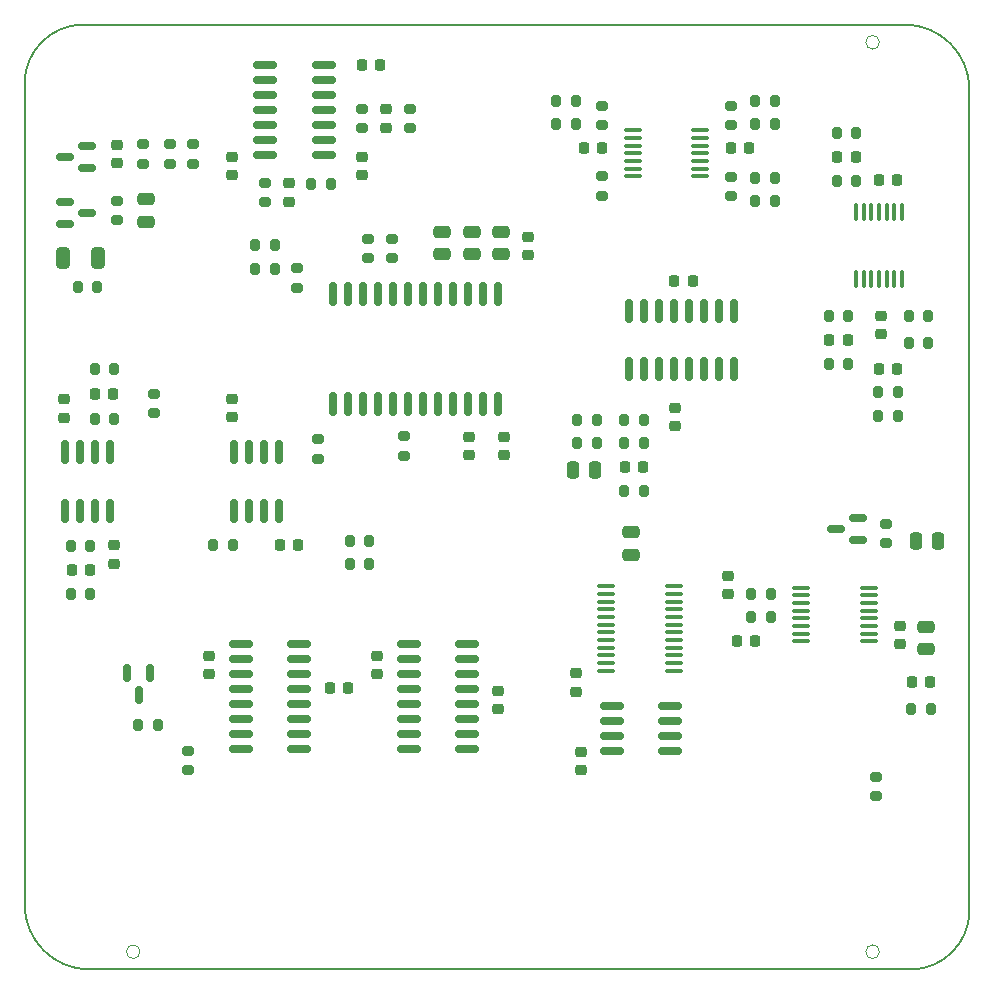
<source format=gbr>
G04 #@! TF.GenerationSoftware,KiCad,Pcbnew,7.0.11*
G04 #@! TF.CreationDate,2025-02-03T22:54:03-08:00*
G04 #@! TF.ProjectId,z3372,7a333337-322e-46b6-9963-61645f706362,0.5*
G04 #@! TF.SameCoordinates,PX3de4ba0PY65da380*
G04 #@! TF.FileFunction,Paste,Top*
G04 #@! TF.FilePolarity,Positive*
%FSLAX46Y46*%
G04 Gerber Fmt 4.6, Leading zero omitted, Abs format (unit mm)*
G04 Created by KiCad (PCBNEW 7.0.11) date 2025-02-03 22:54:03*
%MOMM*%
%LPD*%
G01*
G04 APERTURE LIST*
G04 Aperture macros list*
%AMRoundRect*
0 Rectangle with rounded corners*
0 $1 Rounding radius*
0 $2 $3 $4 $5 $6 $7 $8 $9 X,Y pos of 4 corners*
0 Add a 4 corners polygon primitive as box body*
4,1,4,$2,$3,$4,$5,$6,$7,$8,$9,$2,$3,0*
0 Add four circle primitives for the rounded corners*
1,1,$1+$1,$2,$3*
1,1,$1+$1,$4,$5*
1,1,$1+$1,$6,$7*
1,1,$1+$1,$8,$9*
0 Add four rect primitives between the rounded corners*
20,1,$1+$1,$2,$3,$4,$5,0*
20,1,$1+$1,$4,$5,$6,$7,0*
20,1,$1+$1,$6,$7,$8,$9,0*
20,1,$1+$1,$8,$9,$2,$3,0*%
G04 Aperture macros list end*
%ADD10RoundRect,0.250000X-0.475000X0.250000X-0.475000X-0.250000X0.475000X-0.250000X0.475000X0.250000X0*%
%ADD11RoundRect,0.225000X-0.250000X0.225000X-0.250000X-0.225000X0.250000X-0.225000X0.250000X0.225000X0*%
%ADD12RoundRect,0.200000X0.200000X0.275000X-0.200000X0.275000X-0.200000X-0.275000X0.200000X-0.275000X0*%
%ADD13RoundRect,0.225000X0.250000X-0.225000X0.250000X0.225000X-0.250000X0.225000X-0.250000X-0.225000X0*%
%ADD14RoundRect,0.100000X0.637500X0.100000X-0.637500X0.100000X-0.637500X-0.100000X0.637500X-0.100000X0*%
%ADD15RoundRect,0.200000X-0.200000X-0.275000X0.200000X-0.275000X0.200000X0.275000X-0.200000X0.275000X0*%
%ADD16RoundRect,0.218750X-0.218750X-0.256250X0.218750X-0.256250X0.218750X0.256250X-0.218750X0.256250X0*%
%ADD17RoundRect,0.150000X0.825000X0.150000X-0.825000X0.150000X-0.825000X-0.150000X0.825000X-0.150000X0*%
%ADD18RoundRect,0.200000X-0.275000X0.200000X-0.275000X-0.200000X0.275000X-0.200000X0.275000X0.200000X0*%
%ADD19RoundRect,0.250000X0.250000X0.475000X-0.250000X0.475000X-0.250000X-0.475000X0.250000X-0.475000X0*%
%ADD20RoundRect,0.200000X0.275000X-0.200000X0.275000X0.200000X-0.275000X0.200000X-0.275000X-0.200000X0*%
%ADD21RoundRect,0.250000X-0.250000X-0.475000X0.250000X-0.475000X0.250000X0.475000X-0.250000X0.475000X0*%
%ADD22RoundRect,0.250000X0.475000X-0.250000X0.475000X0.250000X-0.475000X0.250000X-0.475000X-0.250000X0*%
%ADD23RoundRect,0.150000X-0.825000X-0.150000X0.825000X-0.150000X0.825000X0.150000X-0.825000X0.150000X0*%
%ADD24RoundRect,0.100000X-0.100000X0.637500X-0.100000X-0.637500X0.100000X-0.637500X0.100000X0.637500X0*%
%ADD25RoundRect,0.150000X0.587500X0.150000X-0.587500X0.150000X-0.587500X-0.150000X0.587500X-0.150000X0*%
%ADD26RoundRect,0.150000X0.150000X-0.825000X0.150000X0.825000X-0.150000X0.825000X-0.150000X-0.825000X0*%
%ADD27RoundRect,0.225000X-0.225000X-0.250000X0.225000X-0.250000X0.225000X0.250000X-0.225000X0.250000X0*%
%ADD28RoundRect,0.250000X0.325000X0.650000X-0.325000X0.650000X-0.325000X-0.650000X0.325000X-0.650000X0*%
%ADD29RoundRect,0.225000X0.225000X0.250000X-0.225000X0.250000X-0.225000X-0.250000X0.225000X-0.250000X0*%
%ADD30RoundRect,0.150000X-0.587500X-0.150000X0.587500X-0.150000X0.587500X0.150000X-0.587500X0.150000X0*%
%ADD31RoundRect,0.150000X-0.150000X0.875000X-0.150000X-0.875000X0.150000X-0.875000X0.150000X0.875000X0*%
%ADD32RoundRect,0.100000X-0.637500X-0.100000X0.637500X-0.100000X0.637500X0.100000X-0.637500X0.100000X0*%
%ADD33RoundRect,0.150000X-0.150000X0.587500X-0.150000X-0.587500X0.150000X-0.587500X0.150000X0.587500X0*%
%ADD34RoundRect,0.150000X-0.150000X0.825000X-0.150000X-0.825000X0.150000X-0.825000X0.150000X0.825000X0*%
G04 #@! TA.AperFunction,Profile*
%ADD35C,0.150000*%
G04 #@! TD*
G04 #@! TA.AperFunction,Profile*
%ADD36C,0.050000*%
G04 #@! TD*
G04 APERTURE END LIST*
D10*
X76850000Y30500000D03*
X76850000Y28600000D03*
D11*
X74600000Y30575000D03*
X74600000Y29025000D03*
D12*
X70250000Y56800000D03*
X68600000Y56800000D03*
D13*
X47200000Y25025000D03*
X47200000Y26575000D03*
D14*
X55462500Y26800000D03*
X55462500Y27450000D03*
X55462500Y28100000D03*
X55462500Y28750000D03*
X55462500Y29400000D03*
X55462500Y30050000D03*
X55462500Y30700000D03*
X55462500Y31350000D03*
X55462500Y32000000D03*
X55462500Y32650000D03*
X55462500Y33300000D03*
X55462500Y33950000D03*
X49737500Y33950000D03*
X49737500Y33300000D03*
X49737500Y32650000D03*
X49737500Y32000000D03*
X49737500Y31350000D03*
X49737500Y30700000D03*
X49737500Y30050000D03*
X49737500Y29400000D03*
X49737500Y28750000D03*
X49737500Y28100000D03*
X49737500Y27450000D03*
X49737500Y26800000D03*
D15*
X75562500Y23550000D03*
X77212500Y23550000D03*
D16*
X75600000Y25800000D03*
X77175000Y25800000D03*
D13*
X47600000Y18400000D03*
X47600000Y19950000D03*
D11*
X72976625Y56825000D03*
X72976625Y55275000D03*
D17*
X55150000Y19975000D03*
X55150000Y21245000D03*
X55150000Y22515000D03*
X55150000Y23785000D03*
X50200000Y23785000D03*
X50200000Y22515000D03*
X50200000Y21245000D03*
X50200000Y19975000D03*
D18*
X25350000Y46375000D03*
X25350000Y44725000D03*
D15*
X72775000Y48348375D03*
X74425000Y48348375D03*
D12*
X77000000Y54550000D03*
X75350000Y54550000D03*
D11*
X29100000Y70300000D03*
X29100000Y68750000D03*
D15*
X4425000Y37390000D03*
X6075000Y37390000D03*
D19*
X48800000Y43800000D03*
X46900000Y43800000D03*
D20*
X29600000Y61725000D03*
X29600000Y63375000D03*
D21*
X75950000Y37800000D03*
X77850000Y37800000D03*
D12*
X29675000Y35800000D03*
X28025000Y35800000D03*
D13*
X43100000Y62005000D03*
X43100000Y63555000D03*
D12*
X63675000Y33300000D03*
X62025000Y33300000D03*
D22*
X51850000Y36600000D03*
X51850000Y38500000D03*
D20*
X20850000Y66450000D03*
X20850000Y68100000D03*
D12*
X63675000Y31300000D03*
X62025000Y31300000D03*
D23*
X20875000Y78110000D03*
X20875000Y76840000D03*
X20875000Y75570000D03*
X20875000Y74300000D03*
X20875000Y73030000D03*
X20875000Y71760000D03*
X20875000Y70490000D03*
X25825000Y70490000D03*
X25825000Y71760000D03*
X25825000Y73030000D03*
X25825000Y74300000D03*
X25825000Y75570000D03*
X25825000Y76840000D03*
X25825000Y78110000D03*
D15*
X51275000Y46050000D03*
X52925000Y46050000D03*
D18*
X73412500Y39230000D03*
X73412500Y37580000D03*
D24*
X74800000Y65662500D03*
X74150000Y65662500D03*
X73500000Y65662500D03*
X72850000Y65662500D03*
X72200000Y65662500D03*
X71550000Y65662500D03*
X70900000Y65662500D03*
X70900000Y59937500D03*
X71550000Y59937500D03*
X72200000Y59937500D03*
X72850000Y59937500D03*
X73500000Y59937500D03*
X74150000Y59937500D03*
X74800000Y59937500D03*
D10*
X10787500Y66725000D03*
X10787500Y64825000D03*
D25*
X71037500Y37850000D03*
X71037500Y39750000D03*
X69162500Y38800000D03*
D18*
X49350000Y74625000D03*
X49350000Y72975000D03*
D20*
X23600000Y59225000D03*
X23600000Y60875000D03*
D14*
X71962500Y29275000D03*
X71962500Y29925000D03*
X71962500Y30575000D03*
X71962500Y31225000D03*
X71962500Y31875000D03*
X71962500Y32525000D03*
X71962500Y33175000D03*
X71962500Y33825000D03*
X66237500Y33825000D03*
X66237500Y33175000D03*
X66237500Y32525000D03*
X66237500Y31875000D03*
X66237500Y31225000D03*
X66237500Y30575000D03*
X66237500Y29925000D03*
X66237500Y29275000D03*
D26*
X51655000Y52325000D03*
X52925000Y52325000D03*
X54195000Y52325000D03*
X55465000Y52325000D03*
X56735000Y52325000D03*
X58005000Y52325000D03*
X59275000Y52325000D03*
X60545000Y52325000D03*
X60545000Y57275000D03*
X59275000Y57275000D03*
X58005000Y57275000D03*
X56735000Y57275000D03*
X55465000Y57275000D03*
X54195000Y57275000D03*
X52925000Y57275000D03*
X51655000Y57275000D03*
D27*
X47825000Y71050000D03*
X49375000Y71050000D03*
D13*
X60100000Y33275000D03*
X60100000Y34825000D03*
D28*
X6705000Y61775000D03*
X3755000Y61775000D03*
D15*
X51275000Y42050000D03*
X52925000Y42050000D03*
D18*
X11500000Y50225000D03*
X11500000Y48575000D03*
D11*
X8287500Y71300000D03*
X8287500Y69750000D03*
D15*
X16475000Y37400000D03*
X18125000Y37400000D03*
D29*
X74375000Y52300000D03*
X72825000Y52300000D03*
D22*
X38350000Y62050000D03*
X38350000Y63950000D03*
D18*
X12787500Y71350000D03*
X12787500Y69700000D03*
X33100000Y74375000D03*
X33100000Y72725000D03*
D27*
X72825000Y68300000D03*
X74375000Y68300000D03*
D11*
X18100000Y49825000D03*
X18100000Y48275000D03*
D30*
X3912500Y66500000D03*
X3912500Y64600000D03*
X5787500Y65550000D03*
D15*
X6425000Y48090000D03*
X8075000Y48090000D03*
D23*
X18825000Y29045000D03*
X18825000Y27775000D03*
X18825000Y26505000D03*
X18825000Y25235000D03*
X18825000Y23965000D03*
X18825000Y22695000D03*
X18825000Y21425000D03*
X18825000Y20155000D03*
X23775000Y20155000D03*
X23775000Y21425000D03*
X23775000Y22695000D03*
X23775000Y23965000D03*
X23775000Y25235000D03*
X23775000Y26505000D03*
X23775000Y27775000D03*
X23775000Y29045000D03*
D25*
X5787500Y69355000D03*
X5787500Y71255000D03*
X3912500Y70305000D03*
D31*
X40585000Y58700000D03*
X39315000Y58700000D03*
X38045000Y58700000D03*
X36775000Y58700000D03*
X35505000Y58700000D03*
X34235000Y58700000D03*
X32965000Y58700000D03*
X31695000Y58700000D03*
X30425000Y58700000D03*
X29155000Y58700000D03*
X27885000Y58700000D03*
X26615000Y58700000D03*
X26615000Y49400000D03*
X27885000Y49400000D03*
X29155000Y49400000D03*
X30425000Y49400000D03*
X31695000Y49400000D03*
X32965000Y49400000D03*
X34235000Y49400000D03*
X35505000Y49400000D03*
X36775000Y49400000D03*
X38045000Y49400000D03*
X39315000Y49400000D03*
X40585000Y49400000D03*
D29*
X70875000Y70300000D03*
X69325000Y70300000D03*
D15*
X10125000Y22162500D03*
X11775000Y22162500D03*
D29*
X30625000Y78050000D03*
X29075000Y78050000D03*
D13*
X3850000Y48225000D03*
X3850000Y49775000D03*
D15*
X47275000Y46050000D03*
X48925000Y46050000D03*
D29*
X70200000Y54800000D03*
X68650000Y54800000D03*
D18*
X31600000Y63375000D03*
X31600000Y61725000D03*
D27*
X60325000Y71050000D03*
X61875000Y71050000D03*
D12*
X6075000Y33300000D03*
X4425000Y33300000D03*
D15*
X47275000Y48050000D03*
X48925000Y48050000D03*
D12*
X47175000Y75050000D03*
X45525000Y75050000D03*
D15*
X62350000Y73050000D03*
X64000000Y73050000D03*
D13*
X31100000Y72775000D03*
X31100000Y74325000D03*
D20*
X14300000Y18375000D03*
X14300000Y20025000D03*
X32600000Y44975000D03*
X32600000Y46625000D03*
D12*
X70925000Y68251625D03*
X69275000Y68251625D03*
D32*
X51987500Y72550000D03*
X51987500Y71900000D03*
X51987500Y71250000D03*
X51987500Y70600000D03*
X51987500Y69950000D03*
X51987500Y69300000D03*
X51987500Y68650000D03*
X57712500Y68650000D03*
X57712500Y69300000D03*
X57712500Y69950000D03*
X57712500Y70600000D03*
X57712500Y71250000D03*
X57712500Y71900000D03*
X57712500Y72550000D03*
D20*
X60350000Y72975000D03*
X60350000Y74625000D03*
D13*
X38100000Y45025000D03*
X38100000Y46575000D03*
D27*
X6475000Y50200000D03*
X8025000Y50200000D03*
D29*
X23675000Y37400000D03*
X22125000Y37400000D03*
D22*
X40850000Y62050000D03*
X40850000Y63950000D03*
D20*
X8287500Y64950000D03*
X8287500Y66600000D03*
D15*
X62350000Y66550000D03*
X64000000Y66550000D03*
D12*
X8075000Y52300000D03*
X6425000Y52300000D03*
D18*
X29100000Y74375000D03*
X29100000Y72725000D03*
D11*
X22850000Y68050000D03*
X22850000Y66500000D03*
D12*
X47175000Y73050000D03*
X45525000Y73050000D03*
D15*
X28025000Y37800000D03*
X29675000Y37800000D03*
D12*
X64000000Y68550000D03*
X62350000Y68550000D03*
X6675000Y59300000D03*
X5025000Y59300000D03*
X64000000Y75050000D03*
X62350000Y75050000D03*
D11*
X18100000Y70325000D03*
X18100000Y68775000D03*
D20*
X60350000Y66975000D03*
X60350000Y68625000D03*
D12*
X21675000Y62800000D03*
X20025000Y62800000D03*
D27*
X60825000Y29300000D03*
X62375000Y29300000D03*
D11*
X30350000Y28075000D03*
X30350000Y26525000D03*
D13*
X40575000Y23525000D03*
X40575000Y25075000D03*
X8100000Y35865000D03*
X8100000Y37415000D03*
D27*
X51325000Y44050000D03*
X52875000Y44050000D03*
D15*
X68600000Y52800000D03*
X70250000Y52800000D03*
D12*
X21675000Y60800000D03*
X20025000Y60800000D03*
D18*
X72600000Y17825000D03*
X72600000Y16175000D03*
D20*
X14787500Y69700000D03*
X14787500Y71350000D03*
D10*
X35850000Y63950000D03*
X35850000Y62050000D03*
D15*
X75350000Y56800000D03*
X77000000Y56800000D03*
D20*
X10537500Y69700000D03*
X10537500Y71350000D03*
D33*
X11100000Y26600000D03*
X9200000Y26600000D03*
X10150000Y24725000D03*
D11*
X16100000Y28075000D03*
X16100000Y26525000D03*
D29*
X57075000Y59775000D03*
X55525000Y59775000D03*
D11*
X55600000Y49075000D03*
X55600000Y47525000D03*
D23*
X33025000Y29045000D03*
X33025000Y27775000D03*
X33025000Y26505000D03*
X33025000Y25235000D03*
X33025000Y23965000D03*
X33025000Y22695000D03*
X33025000Y21425000D03*
X33025000Y20155000D03*
X37975000Y20155000D03*
X37975000Y21425000D03*
X37975000Y22695000D03*
X37975000Y23965000D03*
X37975000Y25235000D03*
X37975000Y26505000D03*
X37975000Y27775000D03*
X37975000Y29045000D03*
D29*
X27875000Y25300000D03*
X26325000Y25300000D03*
D13*
X41100000Y45025000D03*
X41100000Y46575000D03*
D27*
X4475000Y35300000D03*
X6025000Y35300000D03*
D15*
X72775000Y50348375D03*
X74425000Y50348375D03*
X51275000Y48050000D03*
X52925000Y48050000D03*
D34*
X7755000Y45275000D03*
X6485000Y45275000D03*
X5215000Y45275000D03*
X3945000Y45275000D03*
X3945000Y40325000D03*
X5215000Y40325000D03*
X6485000Y40325000D03*
X7755000Y40325000D03*
D15*
X69275000Y72300000D03*
X70925000Y72300000D03*
D18*
X49350000Y68675000D03*
X49350000Y67025000D03*
D34*
X22005000Y45275000D03*
X20735000Y45275000D03*
X19465000Y45275000D03*
X18195000Y45275000D03*
X18195000Y40325000D03*
X19465000Y40325000D03*
X20735000Y40325000D03*
X22005000Y40325000D03*
D12*
X26425000Y68025000D03*
X24775000Y68025000D03*
D35*
X500000Y7000000D02*
G75*
G03*
X6000000Y1500000I5500000J0D01*
G01*
X75500000Y1500000D02*
G75*
G03*
X80500000Y6500000I0J5000000D01*
G01*
X75500000Y1500000D02*
X6000000Y1500000D01*
X5500000Y81500000D02*
G75*
G03*
X500000Y76500000I0J-5000000D01*
G01*
X80500000Y76000000D02*
G75*
G03*
X75000000Y81500000I-5500000J0D01*
G01*
X5500000Y81500000D02*
X75000000Y81500000D01*
X80500000Y6500000D02*
X80500000Y76000000D01*
X500000Y76500000D02*
X500000Y7000000D01*
D36*
X10276000Y3000000D02*
G75*
G03*
X9124000Y3000000I-576000J0D01*
G01*
X9124000Y3000000D02*
G75*
G03*
X10276000Y3000000I576000J0D01*
G01*
X72876000Y80000000D02*
G75*
G03*
X71724000Y80000000I-576000J0D01*
G01*
X71724000Y80000000D02*
G75*
G03*
X72876000Y80000000I576000J0D01*
G01*
X72876000Y3000000D02*
G75*
G03*
X71724000Y3000000I-576000J0D01*
G01*
X71724000Y3000000D02*
G75*
G03*
X72876000Y3000000I576000J0D01*
G01*
M02*

</source>
